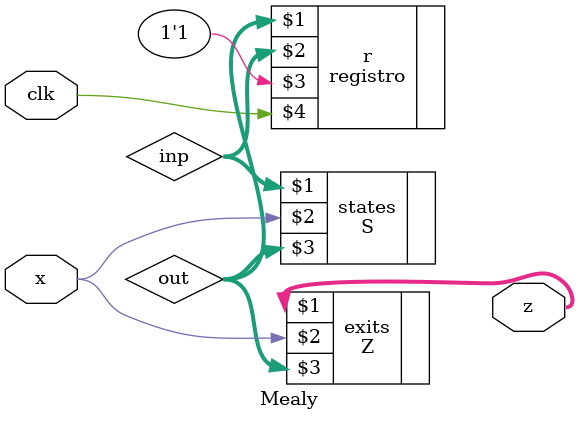
<source format=v>
module Mealy(output [0:1]z, input x, input clk);
    wire [0:1]out;
    wire [0:1]inp;
    //Un automa di mealy ha un registro, una r.c. per lo stato e una per l'ingresso:
    //registro da 2 bit
    registro #(2) r(out,inp, 1'b1, clk);
    //rete per le uscite
    Z exits(z,x,out);
    //rete per lo stato succ.
    S states(inp,x,out);
endmodule
</source>
